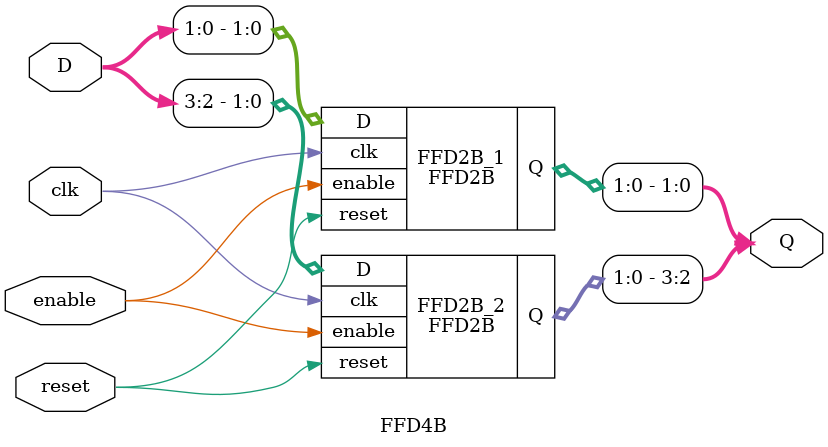
<source format=v>

module FFD1B(input wire D, input wire clk, input wire reset, input wire enable, output reg Q);

    always @ (posedge clk or posedge reset) begin
        if (reset)
            Q <= 1'b0;
        else if (enable)
            Q <= D;
        end 

endmodule 

// Flip Flop tipo D de 2 bits
module FFD2B(input wire [1:0]D, input wire clk, input wire reset, input wire enable, output [1:0]Q);
FFD1B FFD1B_1 (D[0], clk, reset, enable, Q[0]);
FFD1B FFD1B_2 (D[1], clk, reset, enable, Q[1]);
endmodule

// Flip Flop tipo D de 4 bits
module FFD4B(input wire [3:0]D, input wire clk, input wire reset, input wire enable, output [3:0]Q);
FFD2B FFD2B_1 (D[1:0], clk, reset, enable, Q[1:0]);
FFD2B FFD2B_2 (D[3:2], clk, reset, enable, Q[3:2]);
endmodule
</source>
